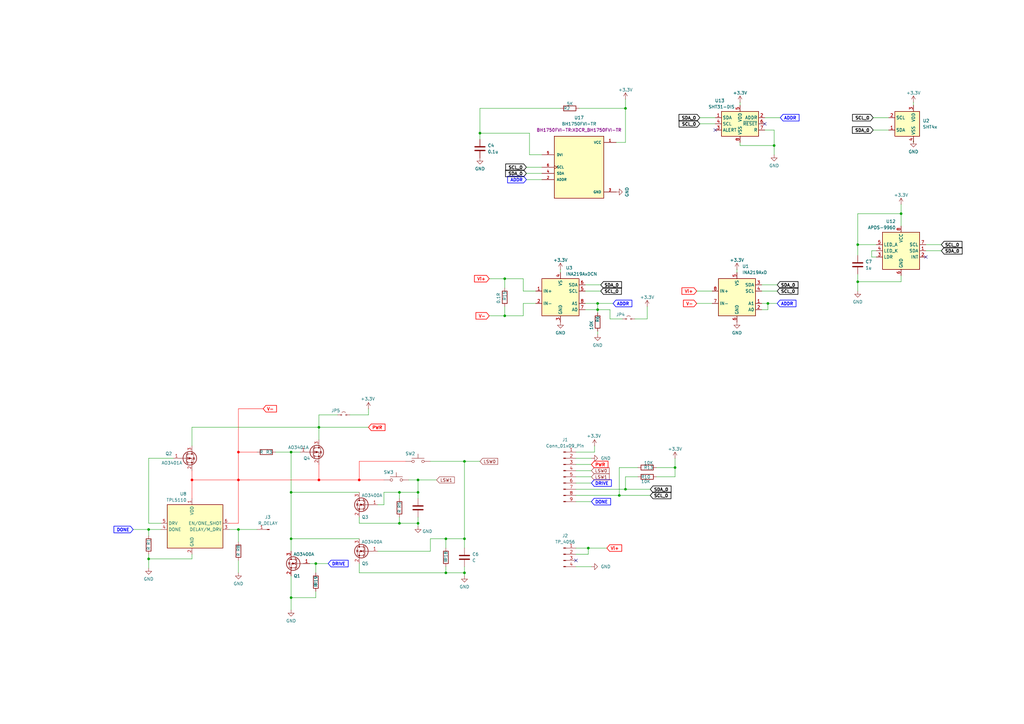
<source format=kicad_sch>
(kicad_sch (version 20250114) (generator "eeschema") (generator_version "9.0")
  (paper "A3")
  (lib_symbols
    (symbol "BH1750FVI-TR:BH1750FVI-TR" (pin_names (offset 1.016))
      (property "Reference" "U" (at -10.1737 13.462 0))
      (property "Value" "BH1750FVI-TR" (at -9.922 -15.24 0))
      (property "Footprint" "BH1750FVI-TR:XDCR_BH1750FVI-TR" (at 0 0 0))
      (symbol "BH1750FVI-TR_0_0"
        (rectangle (start -10.16 12.7) (end 10.16 -12.7) (stroke (width 0.254)) (fill (type background)))
        (pin input line (at -15.24 5.08 0) (length 5.08) (name "DVI") (number "5"))
        (pin input clock (at -15.24 0 0) (length 5.08) (name "SCL") (number "6"))
        (pin bidirectional line (at -15.24 -2.54 0) (length 5.08) (name "SDA") (number "4"))
        (pin input line (at -15.24 -5.08 0) (length 5.08) (name "ADDR") (number "2"))
        (pin power_in line (at 15.24 10.16 180) (length 5.08) (name "VCC") (number "1"))
        (pin power_in line (at 15.24 -10.16 180) (length 5.08) (name "GND") (number "3"))
      )
    )
    (symbol "Connector:Conn_01x01_Pin" (pin_names (offset 1.016) (hide yes))
      (property "Reference" "J" (at 0 2.54 0))
      (property "Value" "Conn_01x01_Pin" (at 0 -2.54 0))
      (symbol "Conn_01x01_Pin_1_1"
        (rectangle (start 0.8636 0.127) (end 0 -0.127) (stroke (width 0.1524)) (fill (type outline)))
        (polyline (pts (xy 1.27 0) (xy 0.8636 0)) (stroke (width 0.1524)))
        (pin passive line (at 5.08 0 180) (length 3.81) (name "Pin_1") (number "1"))
      )
    )
    (symbol "Connector:Conn_01x04_Pin" (pin_names (offset 1.016) (hide yes))
      (property "Reference" "J" (at 0 5.08 0))
      (property "Value" "Conn_01x04_Pin" (at 0 -7.62 0))
      (symbol "Conn_01x04_Pin_1_1"
        (rectangle (start 0.8636 2.667) (end 0 2.413) (stroke (width 0.1524)) (fill (type outline)))
        (rectangle (start 0.8636 0.127) (end 0 -0.127) (stroke (width 0.1524)) (fill (type outline)))
        (rectangle (start 0.8636 -2.413) (end 0 -2.667) (stroke (width 0.1524)) (fill (type outline)))
        (rectangle (start 0.8636 -4.953) (end 0 -5.207) (stroke (width 0.1524)) (fill (type outline)))
        (polyline (pts (xy 1.27 2.54) (xy 0.8636 2.54)) (stroke (width 0.1524)))
        (polyline (pts (xy 1.27 0) (xy 0.8636 0)) (stroke (width 0.1524)))
        (polyline (pts (xy 1.27 -2.54) (xy 0.8636 -2.54)) (stroke (width 0.1524)))
        (polyline (pts (xy 1.27 -5.08) (xy 0.8636 -5.08)) (stroke (width 0.1524)))
        (pin passive line (at 5.08 2.54 180) (length 3.81) (name "Pin_1") (number "1"))
        (pin passive line (at 5.08 0 180) (length 3.81) (name "Pin_2") (number "2"))
        (pin passive line (at 5.08 -2.54 180) (length 3.81) (name "Pin_3") (number "3"))
        (pin passive line (at 5.08 -5.08 180) (length 3.81) (name "Pin_4") (number "4"))
      )
    )
    (symbol "Connector:Conn_01x09_Pin" (pin_names (offset 1.016) (hide yes))
      (property "Reference" "J" (at 0 12.7 0))
      (property "Value" "Conn_01x09_Pin" (at 0 -12.7 0))
      (symbol "Conn_01x09_Pin_1_1"
        (rectangle (start 0.8636 10.287) (end 0 10.033) (stroke (width 0.1524)) (fill (type outline)))
        (rectangle (start 0.8636 7.747) (end 0 7.493) (stroke (width 0.1524)) (fill (type outline)))
        (rectangle (start 0.8636 5.207) (end 0 4.953) (stroke (width 0.1524)) (fill (type outline)))
        (rectangle (start 0.8636 2.667) (end 0 2.413) (stroke (width 0.1524)) (fill (type outline)))
        (rectangle (start 0.8636 0.127) (end 0 -0.127) (stroke (width 0.1524)) (fill (type outline)))
        (rectangle (start 0.8636 -2.413) (end 0 -2.667) (stroke (width 0.1524)) (fill (type outline)))
        (rectangle (start 0.8636 -4.953) (end 0 -5.207) (stroke (width 0.1524)) (fill (type outline)))
        (rectangle (start 0.8636 -7.493) (end 0 -7.747) (stroke (width 0.1524)) (fill (type outline)))
        (rectangle (start 0.8636 -10.033) (end 0 -10.287) (stroke (width 0.1524)) (fill (type outline)))
        (polyline (pts (xy 1.27 10.16) (xy 0.8636 10.16)) (stroke (width 0.1524)))
        (polyline (pts (xy 1.27 7.62) (xy 0.8636 7.62)) (stroke (width 0.1524)))
        (polyline (pts (xy 1.27 5.08) (xy 0.8636 5.08)) (stroke (width 0.1524)))
        (polyline (pts (xy 1.27 2.54) (xy 0.8636 2.54)) (stroke (width 0.1524)))
        (polyline (pts (xy 1.27 0) (xy 0.8636 0)) (stroke (width 0.1524)))
        (polyline (pts (xy 1.27 -2.54) (xy 0.8636 -2.54)) (stroke (width 0.1524)))
        (polyline (pts (xy 1.27 -5.08) (xy 0.8636 -5.08)) (stroke (width 0.1524)))
        (polyline (pts (xy 1.27 -7.62) (xy 0.8636 -7.62)) (stroke (width 0.1524)))
        (polyline (pts (xy 1.27 -10.16) (xy 0.8636 -10.16)) (stroke (width 0.1524)))
        (pin passive line (at 5.08 10.16 180) (length 3.81) (name "Pin_1") (number "1"))
        (pin passive line (at 5.08 7.62 180) (length 3.81) (name "Pin_2") (number "2"))
        (pin passive line (at 5.08 5.08 180) (length 3.81) (name "Pin_3") (number "3"))
        (pin passive line (at 5.08 2.54 180) (length 3.81) (name "Pin_4") (number "4"))
        (pin passive line (at 5.08 0 180) (length 3.81) (name "Pin_5") (number "5"))
        (pin passive line (at 5.08 -2.54 180) (length 3.81) (name "Pin_6") (number "6"))
        (pin passive line (at 5.08 -5.08 180) (length 3.81) (name "Pin_7") (number "7"))
        (pin passive line (at 5.08 -7.62 180) (length 3.81) (name "Pin_8") (number "8"))
        (pin passive line (at 5.08 -10.16 180) (length 3.81) (name "Pin_9") (number "9"))
      )
    )
    (symbol "Device:C" (pin_numbers (hide yes)) (pin_names (offset 0.254))
      (property "Reference" "C" (at 0.635 2.54 0))
      (property "Value" "C" (at 0.635 -2.54 0))
      (symbol "C_0_1"
        (polyline (pts (xy -2.032 0.762) (xy 2.032 0.762)) (stroke (width 0.508)))
        (polyline (pts (xy -2.032 -0.762) (xy 2.032 -0.762)) (stroke (width 0.508)))
      )
      (symbol "C_1_1"
        (pin passive line (at 0 3.81 270) (length 2.794) (name "~") (number "1"))
        (pin passive line (at 0 -3.81 90) (length 2.794) (name "~") (number "2"))
      )
    )
    (symbol "Device:R" (pin_numbers (hide yes)) (pin_names (offset 0))
      (property "Reference" "R" (at 2.032 0 90))
      (property "Value" "R" (at 0 0 90))
      (symbol "R_0_1"
        (rectangle (start -1.016 -2.54) (end 1.016 2.54) (stroke (width 0.254)))
      )
      (symbol "R_1_1"
        (pin passive line (at 0 3.81 270) (length 1.27) (name "~") (number "1"))
        (pin passive line (at 0 -3.81 90) (length 1.27) (name "~") (number "2"))
      )
    )
    (symbol "Jumper:Jumper_2_Small_Open" (pin_numbers (hide yes)) (pin_names (offset 0) (hide yes))
      (property "Reference" "JP" (at 0 2.794 0))
      (property "Value" "Jumper_2_Small_Open" (at 0 -2.286 0))
      (symbol "Jumper_2_Small_Open_0_0"
        (circle (center -1.016 0) (radius 0.254))
        (circle (center 1.016 0) (radius 0.254))
      )
      (symbol "Jumper_2_Small_Open_0_1"
        (arc (start -0.762 1.0196) (mid 0 1.2729) (end 0.762 1.0196))
      )
      (symbol "Jumper_2_Small_Open_1_1"
        (pin passive line (at -2.54 0 0) (length 1.27) (name "A") (number "1"))
        (pin passive line (at 2.54 0 180) (length 1.27) (name "B") (number "2"))
      )
    )
    (symbol "Sensor:APDS-9960"
      (property "Reference" "U" (at -5.08 8.89 0))
      (property "Value" "APDS-9960" (at 6.35 8.89 0))
      (symbol "APDS-9960_0_1"
        (rectangle (start -7.62 7.62) (end 7.62 -7.62) (stroke (width 0.254)) (fill (type background)))
      )
      (symbol "APDS-9960_1_1"
        (pin input line (at -10.16 2.54 0) (length 2.54) (name "SCL") (number "7"))
        (pin bidirectional line (at -10.16 0 0) (length 2.54) (name "SDA") (number "1"))
        (pin open_collector line (at -10.16 -2.54 0) (length 2.54) (name "INT") (number "2"))
        (pin power_in line (at 0 10.16 270) (length 2.54) (name "VCC") (number "8"))
        (pin power_in line (at 0 -10.16 90) (length 2.54) (name "GND") (number "6"))
        (pin passive line (at 10.16 2.54 180) (length 2.54) (name "LED_A") (number "5"))
        (pin passive line (at 10.16 0 180) (length 2.54) (name "LED_K") (number "4"))
        (pin passive line (at 10.16 -2.54 180) (length 2.54) (name "LDR") (number "3"))
      )
    )
    (symbol "Sensor_Energy:INA219AxD"
      (property "Reference" "U" (at -6.35 8.89 0))
      (property "Value" "INA219AxD" (at 5.08 8.89 0))
      (symbol "INA219AxD_0_1"
        (rectangle (start -7.62 7.62) (end 7.62 -7.62) (stroke (width 0.254)) (fill (type background)))
      )
      (symbol "INA219AxD_1_1"
        (pin input line (at -10.16 2.54 0) (length 2.54) (name "IN+") (number "8"))
        (pin input line (at -10.16 -2.54 0) (length 2.54) (name "IN-") (number "7"))
        (pin power_in line (at 0 10.16 270) (length 2.54) (name "VS") (number "5"))
        (pin power_in line (at 0 -10.16 90) (length 2.54) (name "GND") (number "6"))
        (pin bidirectional line (at 10.16 5.08 180) (length 2.54) (name "SDA") (number "3"))
        (pin input line (at 10.16 2.54 180) (length 2.54) (name "SCL") (number "4"))
        (pin input line (at 10.16 -2.54 180) (length 2.54) (name "A1") (number "1"))
        (pin input line (at 10.16 -5.08 180) (length 2.54) (name "A0") (number "2"))
      )
    )
    (symbol "Sensor_Energy:INA219AxDCN"
      (property "Reference" "U" (at -6.35 8.89 0))
      (property "Value" "INA219AxDCN" (at 6.35 8.89 0))
      (symbol "INA219AxDCN_0_1"
        (rectangle (start -7.62 7.62) (end 7.62 -7.62) (stroke (width 0.254)) (fill (type background)))
      )
      (symbol "INA219AxDCN_1_1"
        (pin input line (at -10.16 2.54 0) (length 2.54) (name "IN+") (number "1"))
        (pin input line (at -10.16 -2.54 0) (length 2.54) (name "IN-") (number "2"))
        (pin power_in line (at 0 10.16 270) (length 2.54) (name "VS") (number "4"))
        (pin power_in line (at 0 -10.16 90) (length 2.54) (name "GND") (number "3"))
        (pin bidirectional line (at 10.16 5.08 180) (length 2.54) (name "SDA") (number "6"))
        (pin input line (at 10.16 2.54 180) (length 2.54) (name "SCL") (number "5"))
        (pin input line (at 10.16 -2.54 180) (length 2.54) (name "A1") (number "8"))
        (pin input line (at 10.16 -5.08 180) (length 2.54) (name "A0") (number "7"))
      )
    )
    (symbol "Sensor_Humidity:SHT31-DIS"
      (property "Reference" "U" (at -6.35 6.35 0))
      (property "Value" "SHT31-DIS" (at 6.35 6.35 0))
      (symbol "SHT31-DIS_0_1"
        (rectangle (start -7.62 5.08) (end 7.62 -5.08) (stroke (width 0.254)) (fill (type background)))
      )
      (symbol "SHT31-DIS_1_1"
        (pin input line (at -10.16 2.54 0) (length 2.54) (name "ADDR") (number "2"))
        (pin input line (at -10.16 0 0) (length 2.54) (name "~{RESET}") (number "6"))
        (pin passive line (at -10.16 -2.54 0) (length 2.54) (name "R") (number "7"))
        (pin power_in line (at 0 7.62 270) (length 2.54) (name "VDD") (number "5"))
        (pin power_in line (at 0 -7.62 90) (length 2.54) (name "VSS") (number "8"))
        (pin passive line (at 0 -7.62 90) (length 2.54) (hide yes) (name "VSS") (number "9"))
        (pin bidirectional line (at 10.16 2.54 180) (length 2.54) (name "SDA") (number "1"))
        (pin input line (at 10.16 0 180) (length 2.54) (name "SCL") (number "4"))
        (pin output line (at 10.16 -2.54 180) (length 2.54) (name "ALERT") (number "3"))
      )
    )
    (symbol "Sensor_Humidity:SHT4x"
      (property "Reference" "U" (at 0 8.89 0))
      (property "Value" "SHT4x" (at 0 6.35 0))
      (symbol "SHT4x_1_1"
        (rectangle (start -5.08 5.08) (end 5.08 -5.08) (stroke (width 0.254)) (fill (type background)))
        (pin input line (at -7.62 2.54 0) (length 2.54) (name "SCL") (number "2"))
        (pin bidirectional line (at -7.62 -2.54 0) (length 2.54) (name "SDA") (number "1"))
        (pin power_in line (at 2.54 7.62 270) (length 2.54) (name "VDD") (number "3"))
        (pin power_in line (at 2.54 -7.62 90) (length 2.54) (name "VSS") (number "4"))
      )
    )
    (symbol "Switch:SW_Push" (pin_numbers (hide yes)) (pin_names (offset 1.016) (hide yes))
      (property "Reference" "SW" (at 1.27 2.54 0))
      (property "Value" "SW_Push" (at 0 -1.524 0))
      (symbol "SW_Push_0_1"
        (circle (center -2.032 0) (radius 0.508))
        (polyline (pts (xy 0 1.27) (xy 0 3.048)))
        (circle (center 2.032 0) (radius 0.508))
        (polyline (pts (xy 2.54 1.27) (xy -2.54 1.27)))
        (pin passive line (at -5.08 0 0) (length 2.54) (name "1") (number "1"))
        (pin passive line (at 5.08 0 180) (length 2.54) (name "2") (number "2"))
      )
    )
    (symbol "Timer:TPL5110"
      (property "Reference" "U8" (at 2.1941 12.065 0))
      (property "Value" "TPL5110" (at 2.1941 9.525 0))
      (symbol "TPL5110_0_1"
        (rectangle (start -12.7 7.62) (end 10.16 -10.16) (stroke (width 0.254)) (fill (type background)))
      )
      (symbol "TPL5110_1_1"
        (pin input line (at -15.24 0 0) (length 2.54) (name "EN/ONE_SHOT") (number "6"))
        (pin input line (at -15.24 -2.54 0) (length 2.54) (name "DELAY/M_DRV") (number "3"))
        (pin bidirectional line (at 0 10.16 270) (length 2.54) (name "VDD") (number "1"))
        (pin power_in line (at 0 -12.7 90) (length 2.54) (name "GND") (number "2"))
        (pin output line (at 12.7 0 180) (length 2.54) (name "DRV") (number "5"))
        (pin input line (at 12.7 -2.54 180) (length 2.54) (name "DONE") (number "4"))
      )
    )
    (symbol "Transistor_FET:AO3400A" (pin_names (hide yes))
      (property "Reference" "Q" (at 5.08 1.905 0))
      (property "Value" "AO3400A" (at 5.08 0 0))
      (symbol "AO3400A_0_1"
        (polyline (pts (xy 0.254 1.905) (xy 0.254 -1.905)) (stroke (width 0.254)))
        (polyline (pts (xy 0.254 0) (xy -2.54 0)))
        (polyline (pts (xy 0.762 2.286) (xy 0.762 1.27)) (stroke (width 0.254)))
        (polyline (pts (xy 0.762 0.508) (xy 0.762 -0.508)) (stroke (width 0.254)))
        (polyline (pts (xy 0.762 -1.27) (xy 0.762 -2.286)) (stroke (width 0.254)))
        (polyline (pts (xy 0.762 -1.778) (xy 3.302 -1.778) (xy 3.302 1.778) (xy 0.762 1.778)))
        (polyline (pts (xy 1.016 0) (xy 2.032 0.381) (xy 2.032 -0.381) (xy 1.016 0)) (fill (type outline)))
        (circle (center 1.651 0) (radius 2.794) (stroke (width 0.254)))
        (polyline (pts (xy 2.54 2.54) (xy 2.54 1.778)))
        (circle (center 2.54 1.778) (radius 0.254) (fill (type outline)))
        (circle (center 2.54 -1.778) (radius 0.254) (fill (type outline)))
        (polyline (pts (xy 2.54 -2.54) (xy 2.54 0) (xy 0.762 0)))
        (polyline (pts (xy 2.794 0.508) (xy 2.921 0.381) (xy 3.683 0.381) (xy 3.81 0.254)))
        (polyline (pts (xy 3.302 0.381) (xy 2.921 -0.254) (xy 3.683 -0.254) (xy 3.302 0.381)))
      )
      (symbol "AO3400A_1_1"
        (pin input line (at -5.08 0 0) (length 2.54) (name "G") (number "1"))
        (pin passive line (at 2.54 5.08 270) (length 2.54) (name "D") (number "3"))
        (pin passive line (at 2.54 -5.08 90) (length 2.54) (name "S") (number "2"))
      )
    )
    (symbol "Transistor_FET:AO3401A" (pin_names (hide yes))
      (property "Reference" "Q" (at 5.08 1.905 0))
      (property "Value" "AO3401A" (at 5.08 0 0))
      (symbol "AO3401A_0_1"
        (polyline (pts (xy 0.254 1.905) (xy 0.254 -1.905)) (stroke (width 0.254)))
        (polyline (pts (xy 0.254 0) (xy -2.54 0)))
        (polyline (pts (xy 0.762 2.286) (xy 0.762 1.27)) (stroke (width 0.254)))
        (polyline (pts (xy 0.762 1.778) (xy 3.302 1.778) (xy 3.302 -1.778) (xy 0.762 -1.778)))
        (polyline (pts (xy 0.762 0.508) (xy 0.762 -0.508)) (stroke (width 0.254)))
        (polyline (pts (xy 0.762 -1.27) (xy 0.762 -2.286)) (stroke (width 0.254)))
        (circle (center 1.651 0) (radius 2.794) (stroke (width 0.254)))
        (polyline (pts (xy 2.286 0) (xy 1.27 0.381) (xy 1.27 -0.381) (xy 2.286 0)) (fill (type outline)))
        (polyline (pts (xy 2.54 2.54) (xy 2.54 1.778)))
        (circle (center 2.54 1.778) (radius 0.254) (fill (type outline)))
        (circle (center 2.54 -1.778) (radius 0.254) (fill (type outline)))
        (polyline (pts (xy 2.54 -2.54) (xy 2.54 0) (xy 0.762 0)))
        (polyline (pts (xy 2.794 -0.508) (xy 2.921 -0.381) (xy 3.683 -0.381) (xy 3.81 -0.254)))
        (polyline (pts (xy 3.302 -0.381) (xy 2.921 0.254) (xy 3.683 0.254) (xy 3.302 -0.381)))
      )
      (symbol "AO3401A_1_1"
        (pin input line (at -5.08 0 0) (length 2.54) (name "G") (number "1"))
        (pin passive line (at 2.54 5.08 270) (length 2.54) (name "D") (number "3"))
        (pin passive line (at 2.54 -5.08 90) (length 2.54) (name "S") (number "2"))
      )
    )
    (symbol "power:+3.3V" (power) (pin_numbers (hide yes)) (pin_names (offset 0) (hide yes))
      (property "Value" "+3.3V" (at 0 3.556 0))
      (symbol "+3.3V_0_1"
        (polyline (pts (xy -0.762 1.27) (xy 0 2.54)))
        (polyline (pts (xy 0 2.54) (xy 0.762 1.27)))
        (polyline (pts (xy 0 0) (xy 0 2.54)))
      )
      (symbol "+3.3V_1_1"
        (pin power_in line (at 0 0 90) (length 0) (name "~") (number "1"))
      )
    )
    (symbol "power:GND" (power) (pin_names (offset 0))
      (property "Value" "GND" (at 0 -3.81 0))
      (symbol "GND_0_1"
        (polyline (pts (xy 0 0) (xy 0 -1.27) (xy 1.27 -1.27) (xy 0 -2.54) (xy -1.27 -1.27) (xy 0 -1.27)))
      )
      (symbol "GND_1_1"
        (pin power_in line (at 0 0 270) (length 0) (hide yes) (name "GND") (number "1"))
      )
    )
  )
  (junction (at 129.54 231.14))
  (junction (at 351.79 115.57))
  (junction (at 190.5 189.23))
  (junction (at 254 203.2))
  (junction (at 245.11 124.46))
  (junction (at 171.45 214.63))
  (junction (at 314.96 124.46))
  (junction (at 245.11 127))
  (junction (at 182.88 220.98))
  (junction (at 196.85 54.61))
  (junction (at 163.83 214.63))
  (junction (at 207.01 114.3))
  (junction (at 130.81 196.85) (color 255 0 0 1))
  (junction (at 60.96 229.235))
  (junction (at 147.32 196.85) (color 255 0 0 1))
  (junction (at 182.88 234.95))
  (junction (at 317.5 59.69))
  (junction (at 276.86 191.77))
  (junction (at 256.54 44.45))
  (junction (at 60.96 217.17))
  (junction (at 119.38 201.93))
  (junction (at 369.57 87.63))
  (junction (at 190.5 234.95))
  (junction (at 241.3 224.79))
  (junction (at 171.45 196.85))
  (junction (at 163.83 201.93))
  (junction (at 351.79 100.33))
  (junction (at 207.01 129.54))
  (junction (at 119.38 220.98))
  (junction (at 190.5 220.98))
  (junction (at 78.74 196.85) (color 255 0 0 1))
  (junction (at 119.38 245.11))
  (junction (at 256.54 200.66))
  (junction (at 97.79 196.85) (color 255 0 0 1))
  (junction (at 130.81 175.26))
  (junction (at 119.38 185.42))
  (junction (at 97.79 185.42) (color 255 0 0 1))
  (junction (at 97.79 217.17))
  (junction (at 171.45 201.93))
  (no_connect (at 313.69 50.8))
  (no_connect (at 236.22 229.87))
  (no_connect (at 293.37 53.34))
  (no_connect (at 379.73 105.41))
  (wire (pts (xy 317.5 59.69) (xy 317.5 53.34)))
  (wire (pts (xy 151.13 175.26) (xy 130.81 175.26)))
  (wire (pts (xy 182.88 220.98) (xy 190.5 220.98)))
  (wire (pts (xy 130.81 170.18) (xy 130.81 175.26)))
  (wire (pts (xy 374.65 41.91) (xy 374.65 43.18)))
  (wire (pts (xy 207.01 129.54) (xy 214.63 129.54)))
  (wire (pts (xy 245.11 127) (xy 250.19 127)))
  (wire (pts (xy 236.22 205.74) (xy 242.57 205.74)))
  (wire (pts (xy 359.41 105.41) (xy 357.505 105.41)))
  (wire (pts (xy 147.32 189.23) (xy 147.32 196.85)) (stroke (width 0) (color 255 0 0 1)))
  (wire (pts (xy 351.79 112.395) (xy 351.79 115.57)))
  (wire (pts (xy 219.71 124.46) (xy 214.63 124.46)))
  (wire (pts (xy 130.81 175.26) (xy 78.74 175.26)))
  (wire (pts (xy 190.5 189.23) (xy 196.85 189.23)))
  (wire (pts (xy 369.57 113.03) (xy 369.57 115.57)))
  (wire (pts (xy 182.88 220.98) (xy 182.88 224.79)))
  (wire (pts (xy 196.85 54.61) (xy 217.17 54.61)))
  (wire (pts (xy 245.11 124.46) (xy 245.11 127)))
  (wire (pts (xy 97.79 229.87) (xy 97.79 234.95)))
  (wire (pts (xy 240.03 127) (xy 245.11 127)))
  (wire (pts (xy 190.5 189.23) (xy 190.5 220.98)))
  (wire (pts (xy 303.53 41.91) (xy 303.53 43.18)))
  (wire (pts (xy 176.53 226.06) (xy 154.94 226.06)))
  (wire (pts (xy 245.11 127) (xy 245.11 128.27)))
  (wire (pts (xy 364.49 48.26) (xy 358.14 48.26)))
  (wire (pts (xy 105.41 185.42) (xy 97.79 185.42)) (stroke (width 0) (color 255 0 0 1)))
  (wire (pts (xy 66.04 214.63) (xy 60.96 214.63)))
  (wire (pts (xy 113.03 185.42) (xy 119.38 185.42)))
  (wire (pts (xy 236.22 190.5) (xy 242.57 190.5)))
  (wire (pts (xy 97.79 196.85) (xy 97.79 214.63)) (stroke (width 0) (color 255 0 0 1)))
  (wire (pts (xy 97.79 167.64) (xy 97.79 185.42)) (stroke (width 0) (color 255 0 0 1)))
  (wire (pts (xy 217.17 63.5) (xy 222.25 63.5)))
  (wire (pts (xy 119.38 220.98) (xy 119.38 226.06)))
  (wire (pts (xy 379.73 102.87) (xy 386.08 102.87)))
  (wire (pts (xy 236.22 195.58) (xy 242.57 195.58)))
  (wire (pts (xy 97.79 196.85) (xy 78.74 196.85)) (stroke (width 0) (color 255 0 0 1)))
  (wire (pts (xy 351.79 100.33) (xy 359.41 100.33)))
  (wire (pts (xy 163.83 201.93) (xy 171.45 201.93)))
  (wire (pts (xy 143.51 170.18) (xy 151.13 170.18)))
  (wire (pts (xy 313.69 48.26) (xy 320.04 48.26)))
  (wire (pts (xy 171.45 196.85) (xy 171.45 201.93)))
  (wire (pts (xy 285.75 119.38) (xy 292.1 119.38)))
  (wire (pts (xy 207.01 118.11) (xy 207.01 114.3)))
  (wire (pts (xy 190.5 234.95) (xy 190.5 236.22)))
  (wire (pts (xy 119.38 185.42) (xy 119.38 201.93)))
  (wire (pts (xy 207.01 129.54) (xy 207.01 125.73)))
  (wire (pts (xy 250.19 127) (xy 250.19 130.81)))
  (wire (pts (xy 312.42 116.84) (xy 318.77 116.84)))
  (wire (pts (xy 129.54 231.14) (xy 129.54 234.95)))
  (wire (pts (xy 245.11 135.89) (xy 245.11 137.16)))
  (wire (pts (xy 369.57 115.57) (xy 351.79 115.57)))
  (wire (pts (xy 97.79 217.17) (xy 93.98 217.17)))
  (wire (pts (xy 78.74 175.26) (xy 78.74 182.88)))
  (wire (pts (xy 123.19 185.42) (xy 119.38 185.42)))
  (wire (pts (xy 241.3 224.79) (xy 248.92 224.79)))
  (wire (pts (xy 276.86 191.77) (xy 276.86 195.58)))
  (wire (pts (xy 236.22 198.12) (xy 242.57 198.12)))
  (wire (pts (xy 236.22 203.2) (xy 254 203.2)))
  (wire (pts (xy 78.74 229.235) (xy 60.96 229.235)))
  (wire (pts (xy 60.96 187.96) (xy 60.96 214.63)))
  (wire (pts (xy 200.66 114.3) (xy 207.01 114.3)))
  (wire (pts (xy 379.73 100.33) (xy 386.08 100.33)))
  (wire (pts (xy 303.53 59.69) (xy 317.5 59.69)))
  (wire (pts (xy 60.96 229.235) (xy 60.96 233.045)))
  (wire (pts (xy 190.5 220.98) (xy 190.5 224.79)))
  (wire (pts (xy 214.63 119.38) (xy 219.71 119.38)))
  (wire (pts (xy 240.03 116.84) (xy 246.38 116.84)))
  (wire (pts (xy 176.53 220.98) (xy 176.53 226.06)))
  (wire (pts (xy 60.96 227.33) (xy 60.96 229.235)))
  (wire (pts (xy 147.32 214.63) (xy 147.32 212.09)))
  (wire (pts (xy 171.45 196.85) (xy 179.07 196.85)))
  (wire (pts (xy 182.88 232.41) (xy 182.88 234.95)))
  (wire (pts (xy 222.25 68.58) (xy 215.9 68.58)))
  (wire (pts (xy 119.38 245.11) (xy 129.54 245.11)))
  (wire (pts (xy 97.79 196.85) (xy 130.81 196.85)) (stroke (width 0) (color 255 0 0 1)))
  (wire (pts (xy 196.85 54.61) (xy 196.85 57.15)))
  (wire (pts (xy 256.54 195.58) (xy 256.54 200.66)))
  (wire (pts (xy 97.79 217.17) (xy 97.79 222.25)))
  (wire (pts (xy 93.98 214.63) (xy 97.79 214.63)) (stroke (width 0) (color 255 0 0 1)))
  (wire (pts (xy 236.22 227.33) (xy 241.3 227.33)))
  (wire (pts (xy 151.13 167.64) (xy 151.13 170.18)))
  (wire (pts (xy 119.38 220.98) (xy 147.32 220.98)))
  (wire (pts (xy 66.04 217.17) (xy 60.96 217.17)))
  (wire (pts (xy 138.43 170.18) (xy 130.81 170.18)))
  (wire (pts (xy 265.43 125.73) (xy 265.43 130.81)))
  (wire (pts (xy 147.32 234.95) (xy 182.88 234.95)))
  (wire (pts (xy 302.26 110.49) (xy 302.26 111.76)))
  (wire (pts (xy 317.5 59.69) (xy 317.5 63.5)))
  (wire (pts (xy 293.37 50.8) (xy 287.02 50.8)))
  (wire (pts (xy 78.74 227.33) (xy 78.74 229.235)))
  (wire (pts (xy 190.5 232.41) (xy 190.5 234.95)))
  (wire (pts (xy 97.79 217.17) (xy 105.41 217.17)))
  (wire (pts (xy 236.22 187.96) (xy 242.57 187.96)))
  (wire (pts (xy 60.96 217.17) (xy 60.96 219.71)))
  (wire (pts (xy 303.53 58.42) (xy 303.53 59.69)))
  (wire (pts (xy 78.74 193.04) (xy 78.74 196.85)) (stroke (width 0) (color 255 0 0 1)))
  (wire (pts (xy 130.81 196.85) (xy 147.32 196.85)) (stroke (width 0) (color 255 0 0 1)))
  (wire (pts (xy 312.42 119.38) (xy 318.77 119.38)))
  (wire (pts (xy 171.45 215.9) (xy 171.45 214.63)))
  (wire (pts (xy 229.87 110.49) (xy 229.87 111.76)))
  (wire (pts (xy 364.49 53.34) (xy 358.14 53.34)))
  (wire (pts (xy 130.81 175.26) (xy 130.81 180.34)))
  (wire (pts (xy 127 231.14) (xy 129.54 231.14)))
  (wire (pts (xy 236.22 200.66) (xy 256.54 200.66)))
  (wire (pts (xy 196.85 44.45) (xy 196.85 54.61)))
  (wire (pts (xy 176.53 220.98) (xy 182.88 220.98)))
  (wire (pts (xy 245.11 124.46) (xy 251.46 124.46)))
  (wire (pts (xy 237.49 44.45) (xy 256.54 44.45)))
  (wire (pts (xy 265.43 130.81) (xy 260.35 130.81)))
  (wire (pts (xy 256.54 200.66) (xy 266.7 200.66)))
  (wire (pts (xy 240.03 119.38) (xy 246.38 119.38)))
  (wire (pts (xy 207.01 114.3) (xy 214.63 114.3)))
  (wire (pts (xy 147.32 214.63) (xy 163.83 214.63)))
  (wire (pts (xy 312.42 124.46) (xy 314.96 124.46)))
  (wire (pts (xy 107.95 167.64) (xy 97.79 167.64)) (stroke (width 0) (color 255 0 0 1)))
  (wire (pts (xy 171.45 214.63) (xy 171.45 212.09)))
  (wire (pts (xy 240.03 124.46) (xy 245.11 124.46)))
  (wire (pts (xy 256.54 58.42) (xy 252.73 58.42)))
  (wire (pts (xy 276.86 195.58) (xy 269.24 195.58)))
  (wire (pts (xy 374.65 58.42) (xy 374.65 57.785)))
  (wire (pts (xy 351.79 87.63) (xy 351.79 100.33)))
  (wire (pts (xy 157.48 207.01) (xy 157.48 201.93)))
  (wire (pts (xy 167.64 196.85) (xy 171.45 196.85)))
  (wire (pts (xy 163.83 201.93) (xy 163.83 204.47)))
  (wire (pts (xy 190.5 234.95) (xy 182.88 234.95)))
  (wire (pts (xy 97.79 185.42) (xy 97.79 196.85)) (stroke (width 0) (color 255 0 0 1)))
  (wire (pts (xy 236.22 224.79) (xy 241.3 224.79)))
  (wire (pts (xy 119.38 201.93) (xy 119.38 220.98)))
  (wire (pts (xy 243.84 182.88) (xy 243.84 185.42)))
  (wire (pts (xy 276.86 187.96) (xy 276.86 191.77)))
  (wire (pts (xy 313.69 53.34) (xy 317.5 53.34)))
  (wire (pts (xy 207.01 129.54) (xy 200.66 129.54)))
  (wire (pts (xy 261.62 195.58) (xy 256.54 195.58)))
  (wire (pts (xy 147.32 189.23) (xy 166.37 189.23)) (stroke (width 0) (color 255 0 0 1)))
  (wire (pts (xy 236.22 193.04) (xy 242.57 193.04)))
  (wire (pts (xy 222.25 71.12) (xy 215.9 71.12)))
  (wire (pts (xy 293.37 48.26) (xy 287.02 48.26)))
  (wire (pts (xy 171.45 201.93) (xy 171.45 204.47)))
  (wire (pts (xy 241.3 227.33) (xy 241.3 224.79)))
  (wire (pts (xy 119.38 245.11) (xy 119.38 250.19)))
  (wire (pts (xy 351.79 100.33) (xy 351.79 104.775)))
  (wire (pts (xy 217.17 54.61) (xy 217.17 63.5)))
  (wire (pts (xy 129.54 231.14) (xy 134.62 231.14)))
  (wire (pts (xy 176.53 189.23) (xy 190.5 189.23)))
  (wire (pts (xy 163.83 214.63) (xy 171.45 214.63)))
  (wire (pts (xy 129.54 242.57) (xy 129.54 245.11)))
  (wire (pts (xy 130.81 190.5) (xy 130.81 196.85)) (stroke (width 0) (color 255 0 0 1)))
  (wire (pts (xy 357.505 102.87) (xy 359.41 102.87)))
  (wire (pts (xy 60.96 187.96) (xy 71.12 187.96)))
  (wire (pts (xy 254 191.77) (xy 254 203.2)))
  (wire (pts (xy 276.86 191.77) (xy 269.24 191.77)))
  (wire (pts (xy 157.48 201.93) (xy 163.83 201.93)))
  (wire (pts (xy 214.63 124.46) (xy 214.63 129.54)))
  (wire (pts (xy 236.22 232.41) (xy 242.57 232.41)))
  (wire (pts (xy 254 203.2) (xy 266.7 203.2)))
  (wire (pts (xy 60.96 217.17) (xy 54.61 217.17)))
  (wire (pts (xy 369.57 83.82) (xy 369.57 87.63)))
  (wire (pts (xy 154.94 207.01) (xy 157.48 207.01)))
  (wire (pts (xy 147.32 234.95) (xy 147.32 231.14)))
  (wire (pts (xy 250.19 130.81) (xy 255.27 130.81)))
  (wire (pts (xy 357.505 105.41) (xy 357.505 102.87)))
  (wire (pts (xy 314.96 124.46) (xy 318.77 124.46)))
  (wire (pts (xy 222.25 73.66) (xy 215.9 73.66)))
  (wire (pts (xy 78.74 196.85) (xy 78.74 204.47)) (stroke (width 0) (color 255 0 0 1)))
  (wire (pts (xy 119.38 236.22) (xy 119.38 245.11)))
  (wire (pts (xy 292.1 124.46) (xy 285.75 124.46)))
  (wire (pts (xy 236.22 185.42) (xy 243.84 185.42)))
  (wire (pts (xy 312.42 127) (xy 314.96 127)))
  (wire (pts (xy 229.87 44.45) (xy 196.85 44.45)))
  (wire (pts (xy 261.62 191.77) (xy 254 191.77)))
  (wire (pts (xy 369.57 92.71) (xy 369.57 87.63)))
  (wire (pts (xy 256.54 44.45) (xy 256.54 58.42)))
  (wire (pts (xy 119.38 201.93) (xy 147.32 201.93)))
  (wire (pts (xy 163.83 212.09) (xy 163.83 214.63)))
  (wire (pts (xy 351.79 119.38) (xy 351.79 115.57)))
  (wire (pts (xy 369.57 87.63) (xy 351.79 87.63)))
  (wire (pts (xy 147.32 196.85) (xy 157.48 196.85)) (stroke (width 0) (color 255 0 0 1)))
  (wire (pts (xy 256.54 40.64) (xy 256.54 44.45)))
  (wire (pts (xy 314.96 127) (xy 314.96 124.46)))
  (wire (pts (xy 214.63 114.3) (xy 214.63 119.38)))
  (global_label "SCL_0" (shape input) (at 386.08 100.33 0) (effects (font (thickness 0.254) (bold yes))) (property "Intersheetrefs" "${INTERSHEET_REFS}" (effects (hide yes))))
  (global_label "SDA_0" (shape input) (at 287.02 48.26 180) (effects (font (thickness 0.254) (bold yes))) (property "Intersheetrefs" "${INTERSHEET_REFS}" (effects (hide yes))))
  (global_label "Vi+" (shape input) (at 285.75 119.38 180) (effects (font (thickness 0.254) (bold yes))) (property "Intersheetrefs" "${INTERSHEET_REFS}" (effects (hide yes))))
  (global_label "PWR" (shape input) (at 151.13 175.26 0) (effects (font (thickness 0.254) (bold yes))) (property "Intersheetrefs" "${INTERSHEET_REFS}" (effects (hide yes))))
  (global_label "DONE" (shape input) (at 54.61 217.17 180) (effects (font (thickness 0.254) (bold yes))) (property "Intersheetrefs" "${INTERSHEET_REFS}" (effects (hide yes))))
  (global_label "LSW1" (shape input) (at 242.57 195.58 0) (property "Intersheetrefs" "${INTERSHEET_REFS}" (effects (hide yes))))
  (global_label "SCL_0" (shape input) (at 266.7 203.2 0) (effects (font (thickness 0.254) (bold yes))) (property "Intersheetrefs" "${INTERSHEET_REFS}" (effects (hide yes))))
  (global_label "Vi+" (shape input) (at 200.66 114.3 180) (effects (font (thickness 0.254) (bold yes))) (property "Intersheetrefs" "${INTERSHEET_REFS}" (effects (hide yes))))
  (global_label "PWR" (shape input) (at 242.57 190.5 0) (effects (font (thickness 0.254) (bold yes))) (property "Intersheetrefs" "${INTERSHEET_REFS}" (effects (hide yes))))
  (global_label "SDA_0" (shape input) (at 386.08 102.87 0) (effects (font (thickness 0.254) (bold yes))) (property "Intersheetrefs" "${INTERSHEET_REFS}" (effects (hide yes))))
  (global_label "SCL_0" (shape input) (at 358.14 48.26 180) (effects (font (thickness 0.254) (bold yes))) (property "Intersheetrefs" "${INTERSHEET_REFS}" (effects (hide yes))))
  (global_label "V-" (shape input) (at 200.66 129.54 180) (effects (font (thickness 0.254) (bold yes))) (property "Intersheetrefs" "${INTERSHEET_REFS}" (effects (hide yes))))
  (global_label "V-" (shape input) (at 285.75 124.46 180) (effects (font (thickness 0.254) (bold yes))) (property "Intersheetrefs" "${INTERSHEET_REFS}" (effects (hide yes))))
  (global_label "Vi+" (shape input) (at 248.92 224.79 0) (effects (font (thickness 0.254) (bold yes))) (property "Intersheetrefs" "${INTERSHEET_REFS}" (effects (hide yes))))
  (global_label "ADDR" (shape input) (at 215.9 73.66 180) (effects (font (thickness 0.254) (bold yes))) (property "Intersheetrefs" "${INTERSHEET_REFS}" (effects (hide yes))))
  (global_label "LSW0" (shape input) (at 196.85 189.23 0) (property "Intersheetrefs" "${INTERSHEET_REFS}" (effects (hide yes))))
  (global_label "SCL_0" (shape input) (at 246.38 119.38 0) (effects (font (thickness 0.254) (bold yes))) (property "Intersheetrefs" "${INTERSHEET_REFS}" (effects (hide yes))))
  (global_label "ADDR" (shape input) (at 251.46 124.46 0) (effects (font (thickness 0.254) (bold yes))) (property "Intersheetrefs" "${INTERSHEET_REFS}" (effects (hide yes))))
  (global_label "SDA_0" (shape input) (at 318.77 116.84 0) (effects (font (thickness 0.254) (bold yes))) (property "Intersheetrefs" "${INTERSHEET_REFS}" (effects (hide yes))))
  (global_label "SDA_0" (shape input) (at 246.38 116.84 0) (effects (font (thickness 0.254) (bold yes))) (property "Intersheetrefs" "${INTERSHEET_REFS}" (effects (hide yes))))
  (global_label "ADDR" (shape input) (at 320.04 48.26 0) (effects (font (thickness 0.254) (bold yes))) (property "Intersheetrefs" "${INTERSHEET_REFS}" (effects (hide yes))))
  (global_label "SDA_0" (shape input) (at 215.9 71.12 180) (effects (font (thickness 0.254) (bold yes))) (property "Intersheetrefs" "${INTERSHEET_REFS}" (effects (hide yes))))
  (global_label "DRIVE" (shape input) (at 134.62 231.14 0) (effects (font (thickness 0.254) (bold yes))) (property "Intersheetrefs" "${INTERSHEET_REFS}" (effects (hide yes))))
  (global_label "ADDR" (shape input) (at 318.77 124.46 0) (effects (font (thickness 0.254) (bold yes))) (property "Intersheetrefs" "${INTERSHEET_REFS}" (effects (hide yes))))
  (global_label "LSW1" (shape input) (at 179.07 196.85 0) (property "Intersheetrefs" "${INTERSHEET_REFS}" (effects (hide yes))))
  (global_label "SCL_0" (shape input) (at 287.02 50.8 180) (effects (font (thickness 0.254) (bold yes))) (property "Intersheetrefs" "${INTERSHEET_REFS}" (effects (hide yes))))
  (global_label "SCL_0" (shape input) (at 318.77 119.38 0) (effects (font (thickness 0.254) (bold yes))) (property "Intersheetrefs" "${INTERSHEET_REFS}" (effects (hide yes))))
  (global_label "LSW0" (shape input) (at 242.57 193.04 0) (property "Intersheetrefs" "${INTERSHEET_REFS}" (effects (hide yes))))
  (global_label "SDA_0" (shape input) (at 266.7 200.66 0) (effects (font (thickness 0.254) (bold yes))) (property "Intersheetrefs" "${INTERSHEET_REFS}" (effects (hide yes))))
  (global_label "DONE" (shape input) (at 242.57 205.74 0) (effects (font (thickness 0.254) (bold yes))) (property "Intersheetrefs" "${INTERSHEET_REFS}" (effects (hide yes))))
  (global_label "SCL_0" (shape input) (at 215.9 68.58 180) (effects (font (thickness 0.254) (bold yes))) (property "Intersheetrefs" "${INTERSHEET_REFS}" (effects (hide yes))))
  (global_label "SDA_0" (shape input) (at 358.14 53.34 180) (effects (font (thickness 0.254) (bold yes))) (property "Intersheetrefs" "${INTERSHEET_REFS}" (effects (hide yes))))
  (global_label "DRIVE" (shape input) (at 242.57 198.12 0) (effects (font (thickness 0.254) (bold yes))) (property "Intersheetrefs" "${INTERSHEET_REFS}" (effects (hide yes))))
  (global_label "V-" (shape input) (at 107.95 167.64 0) (effects (font (thickness 0.254) (bold yes))) (property "Intersheetrefs" "${INTERSHEET_REFS}" (effects (hide yes))))
  (symbol (lib_id "Device:R") (at 60.96 223.52 180) (unit 1)
    (property "Reference" "R1" (at 60.96 220.98 90) (effects (justify left)))
    (property "Value" "R" (at 60.96 224.155 90) (effects (justify left)))
    (property "Footprint" "Resistor_SMD:R_0603_1608Metric" (effects (hide yes)))
  )
  (symbol (lib_id "power:+3.3V") (at 256.54 40.64 0) (unit 1)
    (property "Reference" "#PWR013" (effects (hide yes)))
    (property "Value" "+3.3V" (at 256.54 36.83 0))
  )
  (symbol (lib_id "power:+3.3V") (at 265.43 125.73 0) (unit 1)
    (property "Reference" "#PWR024" (effects (hide yes)))
    (property "Value" "+3.3V" (at 265.43 121.92 0))
  )
  (symbol (lib_id "Transistor_FET:AO3400A") (at 149.86 226.06 0) (mirror y) (unit 1)
    (property "Reference" "Q5" (at 151.13 231.14 0) (effects (justify left)))
    (property "Value" "AO3400A" (at 156.845 222.25 0) (effects (justify left)))
    (property "Footprint" "Package_TO_SOT_SMD:SOT-23" (effects (hide yes)))
    (property "Datasheet" "http://www.aosmd.com/pdfs/datasheet/AO3400A.pdf" (effects (hide yes)))
  )
  (symbol (lib_id "Transistor_FET:AO3400A") (at 149.86 207.01 0) (mirror y) (unit 1)
    (property "Reference" "Q3" (at 151.13 212.09 0) (effects (justify left)))
    (property "Value" "AO3400A" (at 156.845 203.2 0) (effects (justify left)))
    (property "Footprint" "Package_TO_SOT_SMD:SOT-23" (effects (hide yes)))
    (property "Datasheet" "http://www.aosmd.com/pdfs/datasheet/AO3400A.pdf" (effects (hide yes)))
  )
  (symbol (lib_id "power:+3.3V") (at 369.57 83.82 0) (unit 1)
    (property "Reference" "#PWR017" (effects (hide yes)))
    (property "Value" "+3.3V" (at 369.57 80.01 0))
  )
  (symbol (lib_id "Timer:TPL5110") (at 78.74 214.63 0) (mirror y) (unit 1)
    (property "Reference" "U8" (at 76.5459 202.565 0) (effects (justify left)))
    (property "Value" "TPL5110" (at 76.5459 205.105 0) (effects (justify left)))
    (property "Footprint" "Package_TO_SOT_SMD:SOT-23-6" (effects (hide yes)))
    (property "Datasheet" "http://www.ti.com/lit/ds/symlink/tpl5110.pdf" (effects (hide yes)))
  )
  (symbol (lib_id "power:GND") (at 196.85 64.77 0) (mirror y) (unit 1)
    (property "Reference" "#PWR036" (effects (hide yes)))
    (property "Value" "GND" (at 196.85 69.215 0))
  )
  (symbol (lib_id "Jumper:Jumper_2_Small_Open") (at 257.81 130.81 0) (unit 1)
    (property "Reference" "JP4" (at 254.508 129.032 0))
    (property "Value" "Jp_2" (effects (hide yes)))
    (property "Footprint" "Jumper:SolderJumper-2_P1.3mm_Open_Pad1.0x1.5mm" (effects (hide yes)))
    (property "Description" "Jumper, 2-pole, small symbol, open" (effects (hide yes)))
  )
  (symbol (lib_id "Connector:Conn_01x01_Pin") (at 110.49 217.17 0) (mirror y) (unit 1)
    (property "Reference" "J3" (at 109.855 212.09 0))
    (property "Value" "R_DELAY" (at 109.855 214.63 0))
    (property "Footprint" "Connector_PinHeader_1.00mm:PinHeader_1x01_P1.00mm_Vertical" (effects (hide yes)))
    (property "Description" "Generic connector, single row, 01x01, script generated" (effects (hide yes)))
  )
  (symbol (lib_id "Sensor_Energy:INA219AxDCN") (at 229.87 121.92 0) (unit 1)
    (property "Reference" "U3" (at 232.0641 109.855 0) (effects (justify left)))
    (property "Value" "INA219AxDCN" (at 232.0641 112.395 0) (effects (justify left)))
    (property "Footprint" "Package_TO_SOT_SMD:SOT-23-8" (effects (hide yes)))
    (property "Datasheet" "http://www.ti.com/lit/ds/symlink/ina219.pdf" (effects (hide yes)))
  )
  (symbol (lib_id "power:+3.3V") (at 302.26 110.49 0) (unit 1)
    (property "Reference" "#PWR021" (effects (hide yes)))
    (property "Value" "+3.3V" (at 302.26 106.68 0))
  )
  (symbol (lib_id "power:GND") (at 351.79 119.38 0) (unit 1)
    (property "Reference" "#PWR035" (effects (hide yes)))
    (property "Value" "GND" (at 351.79 123.825 0))
  )
  (symbol (lib_id "Sensor:APDS-9960") (at 369.57 102.87 0) (mirror y) (unit 1)
    (property "Reference" "U12" (at 367.3759 90.805 0) (effects (justify left)))
    (property "Value" "APDS-9960" (at 367.3759 93.345 0) (effects (justify left)))
    (property "Footprint" "Sensor:Avago_APDS-9960" (effects (hide yes)))
    (property "Datasheet" "https://docs.broadcom.com/doc/AV02-4191EN" (effects (hide yes)))
  )
  (symbol (lib_id "Device:R") (at 182.88 228.6 180) (unit 1)
    (property "Reference" "R18" (at 182.88 226.06 90) (effects (justify left)))
    (property "Value" "R" (at 182.88 229.235 90) (effects (justify left)))
    (property "Footprint" "Resistor_SMD:R_0603_1608Metric" (effects (hide yes)))
  )
  (symbol (lib_id "Device:C") (at 351.79 108.585 0) (mirror y) (unit 1)
    (property "Reference" "C7" (at 354.965 107.315 0) (effects (justify right)))
    (property "Value" "1u" (at 354.965 109.855 0) (effects (justify right)))
    (property "Footprint" "Capacitor_SMD:C_0603_1608Metric" (effects (hide yes)))
  )
  (symbol (lib_id "power:+3.3V") (at 243.84 182.88 0) (unit 1)
    (property "Reference" "#PWR022" (effects (hide yes)))
    (property "Value" "+3.3V" (at 243.586 178.816 0))
  )
  (symbol (lib_id "power:+3.3V") (at 151.13 167.64 0) (unit 1)
    (property "Reference" "#PWR026" (effects (hide yes)))
    (property "Value" "+3.3V" (at 150.876 163.576 0))
  )
  (symbol (lib_id "Device:C") (at 196.85 60.96 0) (unit 1)
    (property "Reference" "C4" (at 200.025 59.69 0) (effects (justify left)))
    (property "Value" "0.1u" (at 200.025 62.23 0) (effects (justify left)))
    (property "Footprint" "Capacitor_SMD:C_0603_1608Metric" (effects (hide yes)))
  )
  (symbol (lib_id "power:GND") (at 171.45 215.9 0) (mirror y) (unit 1)
    (property "Reference" "#PWR023" (effects (hide yes)))
    (property "Value" "GND" (at 175.26 217.932 0))
  )
  (symbol (lib_id "power:GND") (at 374.65 57.785 0) (unit 1)
    (property "Reference" "#PWR05" (effects (hide yes)))
    (property "Value" "GND" (at 374.65 62.23 0))
  )
  (symbol (lib_id "Jumper:Jumper_2_Small_Open") (at 140.97 170.18 0) (unit 1)
    (property "Reference" "JP5" (at 137.668 168.402 0))
    (property "Value" "Jp_2" (effects (hide yes)))
    (property "Footprint" "Jumper:SolderJumper-2_P1.3mm_Open_Pad1.0x1.5mm" (effects (hide yes)))
    (property "Description" "Jumper, 2-pole, small symbol, open" (effects (hide yes)))
  )
  (symbol (lib_id "Device:R") (at 163.83 208.28 180) (unit 1)
    (property "Reference" "R5" (at 163.83 205.74 90) (effects (justify left)))
    (property "Value" "R" (at 163.83 208.915 90) (effects (justify left)))
    (property "Footprint" "Resistor_SMD:R_0603_1608Metric" (effects (hide yes)))
  )
  (symbol (lib_id "power:GND") (at 242.57 232.41 90) (unit 1)
    (property "Reference" "#PWR040" (effects (hide yes)))
    (property "Value" "GND" (at 246.38 232.4099 90) (effects (justify right)))
  )
  (symbol (lib_id "power:GND") (at 60.96 233.045 0) (unit 1)
    (property "Reference" "#PWR012" (effects (hide yes)))
    (property "Value" "GND" (at 60.96 237.49 0))
  )
  (symbol (lib_id "power:GND") (at 245.11 137.16 0) (unit 1)
    (property "Reference" "#PWR07" (effects (hide yes)))
    (property "Value" "GND" (at 245.11 141.605 0))
  )
  (symbol (lib_id "Switch:SW_Push") (at 162.56 196.85 0) (unit 1)
    (property "Reference" "SW3" (at 159.385 193.675 0))
    (property "Value" "SW_Push" (effects (hide yes)))
    (property "Footprint" "Button_Switch_SMD:SW_SPST_PTS810" (effects (hide yes)))
  )
  (symbol (lib_id "power:GND") (at 302.26 132.08 0) (unit 1)
    (property "Reference" "#PWR025" (effects (hide yes)))
    (property "Value" "GND" (at 302.26 136.525 0))
  )
  (symbol (lib_id "BH1750FVI-TR:BH1750FVI-TR") (at 237.49 68.58 0) (unit 1)
    (property "Reference" "U17" (at 237.49 48.26 0))
    (property "Value" "BH1750FVI-TR" (at 237.49 50.8 0))
    (property "Footprint" "BH1750FVI-TR:XDCR_BH1750FVI-TR" (at 237.49 53.34 0))
    (property "Description" "\nOptical Sensor Ambient 560nm I²C 6-SMD, Flat Lead Exposed Pad\n" (effects (hide yes)))
    (property "MF" "Rohm" (effects (hide yes)))
    (property "MAXIMUM_PACKAGE_HEIGHT" "0.75mm" (effects (hide yes)))
    (property "Package" "SMD-6 ROHM Semiconductor" (effects (hide yes)))
    (property "Price" "None" (effects (hide yes)))
    (property "Check_prices" "https://www.snapeda.com/parts/BH1750FVI-TR/Rohm/view-part/?ref=eda" (effects (hide yes)))
    (property "STANDARD" "Manufacturer recommendations" (effects (hide yes)))
    (property "PARTREV" "D" (effects (hide yes)))
    (property "SnapEDA_Link" "https://www.snapeda.com/parts/BH1750FVI-TR/Rohm/view-part/?ref=snap" (effects (hide yes)))
    (property "MP" "BH1750FVI-TR" (effects (hide yes)))
    (property "Purchase-URL" "https://www.snapeda.com/api/url_track_click_mouser/?unipart_id=106507&manufacturer=Rohm&part_name=BH1750FVI-TR&search_term=None" (effects (hide yes)))
    (property "Availability" "In Stock" (effects (hide yes)))
    (property "MANUFACTURER" "Rohm" (effects (hide yes)))
  )
  (symbol (lib_id "Sensor_Energy:INA219AxD") (at 302.26 121.92 0) (unit 1)
    (property "Reference" "U1" (at 304.4033 109.22 0) (effects (justify left)))
    (property "Value" "INA219AxD" (at 304.4033 111.76 0) (effects (justify left)))
    (property "Footprint" "Package_SO:SOIC-8_3.9x4.9mm_P1.27mm" (effects (hide yes)))
    (property "Datasheet" "http://www.ti.com/lit/ds/symlink/ina219.pdf" (effects (hide yes)))
    (property "Description" "Zero-Drift, Bidirectional Current/Power Monitor (0-26V) With I2C Interface, SOIC-8" (effects (hide yes)))
  )
  (symbol (lib_id "Device:R") (at 207.01 121.92 180) (unit 1)
    (property "Reference" "R15" (at 207.01 119.38 90) (effects (justify left)))
    (property "Value" "0.1R" (at 204.47 120.015 90) (effects (justify left)))
    (property "Footprint" "Resistor_SMD:R_2512_6332Metric" (effects (hide yes)))
  )
  (symbol (lib_id "power:GND") (at 119.38 250.19 0) (mirror y) (unit 1)
    (property "Reference" "#PWR01" (effects (hide yes)))
    (property "Value" "GND" (at 119.38 254.635 0))
  )
  (symbol (lib_id "power:GND") (at 97.79 234.95 0) (mirror y) (unit 1)
    (property "Reference" "#PWR03" (effects (hide yes)))
    (property "Value" "GND" (at 97.79 239.395 0))
  )
  (symbol (lib_id "Transistor_FET:AO3401A") (at 76.2 187.96 0) (unit 1)
    (property "Reference" "Q2" (at 69.215 186.055 0))
    (property "Value" "AO3401A" (at 70.485 189.865 0))
    (property "Footprint" "Package_TO_SOT_SMD:SOT-23" (effects (hide yes)))
    (property "Datasheet" "http://www.aosmd.com/pdfs/datasheet/AO3401A.pdf" (effects (hide yes)))
  )
  (symbol (lib_id "power:GND") (at 317.5 63.5 0) (unit 1)
    (property "Reference" "#PWR037" (effects (hide yes)))
    (property "Value" "GND" (at 317.5 67.945 0))
  )
  (symbol (lib_id "power:+3.3V") (at 303.53 41.91 0) (unit 1)
    (property "Reference" "#PWR014" (effects (hide yes)))
    (property "Value" "+3.3V" (at 303.53 38.1 0))
  )
  (symbol (lib_id "Connector:Conn_01x09_Pin") (at 231.14 195.58 0) (unit 1)
    (property "Reference" "J1" (at 231.775 180.34 0))
    (property "Value" "Conn_01x09_Pin" (at 231.775 182.88 0))
    (property "Footprint" "Connector_PinHeader_2.54mm:PinHeader_1x09_P2.54mm_Vertical" (effects (hide yes)))
    (property "Description" "Generic connector, single row, 01x09, script generated" (effects (hide yes)))
  )
  (symbol (lib_id "Device:R") (at 97.79 226.06 180) (unit 1)
    (property "Reference" "R8" (at 97.79 223.52 90) (effects (justify left)))
    (property "Value" "R" (at 97.79 226.695 90) (effects (justify left)))
    (property "Footprint" "Resistor_SMD:R_0603_1608Metric" (effects (hide yes)))
  )
  (symbol (lib_id "power:GND") (at 242.57 187.96 90) (unit 1)
    (property "Reference" "#PWR039" (effects (hide yes)))
    (property "Value" "GND" (at 246.38 187.9599 90) (effects (justify right)))
  )
  (symbol (lib_id "power:+3.3V") (at 276.86 187.96 0) (unit 1)
    (property "Reference" "#PWR019" (effects (hide yes)))
    (property "Value" "+3.3V" (at 276.86 184.15 0))
  )
  (symbol (lib_id "Connector:Conn_01x04_Pin") (at 231.14 227.33 0) (unit 1)
    (property "Reference" "J2" (at 231.775 219.71 0))
    (property "Value" "TP_4056" (at 231.775 222.25 0))
    (property "Footprint" "IOT-Mess-Footprints:TP_Charger" (effects (hide yes)))
    (property "Description" "Generic connector, single row, 01x04, script generated" (effects (hide yes)))
  )
  (symbol (lib_id "power:GND") (at 229.87 132.08 0) (unit 1)
    (property "Reference" "#PWR016" (effects (hide yes)))
    (property "Value" "GND" (at 229.87 136.525 0))
  )
  (symbol (lib_id "power:+3.3V") (at 229.87 110.49 0) (unit 1)
    (property "Reference" "#PWR018" (effects (hide yes)))
    (property "Value" "+3.3V" (at 229.87 106.68 0))
  )
  (symbol (lib_id "Device:R") (at 109.22 185.42 90) (unit 1)
    (property "Reference" "R3" (at 111.76 185.42 90) (effects (justify left)))
    (property "Value" "R" (at 107.95 185.42 90) (effects (justify left)))
    (property "Footprint" "Resistor_SMD:R_0603_1608Metric" (effects (hide yes)))
  )
  (symbol (lib_id "Sensor_Humidity:SHT31-DIS") (at 303.53 50.8 0) (mirror y) (unit 1)
    (property "Reference" "U13" (at 297.18 41.275 0) (effects (justify left)))
    (property "Value" "SHT31-DIS" (at 301.3359 43.815 0) (effects (justify left)))
    (property "Footprint" "Sensor_Humidity:Sensirion_DFN-8-1EP_2.5x2.5mm_P0.5mm_EP1.1x1.7mm" (effects (hide yes)))
    (property "Datasheet" "https://www.sensirion.com/fileadmin/user_upload/customers/sensirion/Dokumente/2_Humidity_Sensors/Datasheets/Sensirion_Humidity_Sensors_SHT3x_Datasheet_digital.pdf" (effects (hide yes)))
  )
  (symbol (lib_id "power:+3.3V") (at 374.65 41.91 0) (unit 1)
    (property "Reference" "#PWR015" (effects (hide yes)))
    (property "Value" "+3.3V" (at 374.65 38.1 0))
  )
  (symbol (lib_id "Device:R") (at 265.43 195.58 270) (unit 1)
    (property "Reference" "R10" (at 262.89 195.58 90) (effects (justify left)))
    (property "Value" "10K" (at 262.89 197.485 90) (effects (justify left)))
    (property "Footprint" "Resistor_SMD:R_0603_1608Metric" (effects (hide yes)))
  )
  (symbol (lib_id "Transistor_FET:AO3401A") (at 128.27 185.42 0) (unit 1)
    (property "Reference" "Q4" (at 124.46 187.96 0) (effects (justify left)))
    (property "Value" "AO3401A" (at 118.11 183.515 0) (effects (justify left)))
    (property "Footprint" "Package_TO_SOT_SMD:SOT-23" (effects (hide yes)))
    (property "Datasheet" "http://www.aosmd.com/pdfs/datasheet/AO3401A.pdf" (effects (hide yes)))
  )
  (symbol (lib_id "Device:C") (at 190.5 228.6 0) (unit 1)
    (property "Reference" "C6" (at 193.675 227.33 0) (effects (justify left)))
    (property "Value" "C" (at 193.675 229.87 0) (effects (justify left)))
    (property "Footprint" "Capacitor_SMD:C_0603_1608Metric" (effects (hide yes)))
  )
  (symbol (lib_id "Device:R") (at 233.68 44.45 270) (unit 1)
    (property "Reference" "R2" (at 231.14 44.45 90) (effects (justify left)))
    (property "Value" "5K" (at 232.41 42.545 90) (effects (justify left)))
    (property "Footprint" "Resistor_SMD:R_0603_1608Metric" (effects (hide yes)))
  )
  (symbol (lib_id "power:GND") (at 252.73 78.74 90) (mirror x) (unit 1)
    (property "Reference" "#PWR045" (effects (hide yes)))
    (property "Value" "GND" (at 257.175 78.74 0))
  )
  (symbol (lib_id "Device:R") (at 265.43 191.77 90) (unit 1)
    (property "Reference" "R13" (at 267.97 191.77 90) (effects (justify left)))
    (property "Value" "10K" (at 267.97 189.865 90) (effects (justify left)))
    (property "Footprint" "Resistor_SMD:R_0603_1608Metric" (effects (hide yes)))
  )
  (symbol (lib_id "Device:R") (at 129.54 238.76 180) (unit 1)
    (property "Reference" "R19" (at 129.54 236.22 90) (effects (justify left)))
    (property "Value" "R" (at 129.54 239.395 90) (effects (justify left)))
    (property "Footprint" "Resistor_SMD:R_0603_1608Metric" (effects (hide yes)))
  )
  (symbol (lib_id "Transistor_FET:AO3400A") (at 121.92 231.14 0) (mirror y) (unit 1)
    (property "Reference" "Q1" (at 123.19 236.22 0) (effects (justify left)))
    (property "Value" "AO3400A" (at 128.905 227.33 0) (effects (justify left)))
    (property "Footprint" "Package_TO_SOT_SMD:SOT-23" (effects (hide yes)))
    (property "Datasheet" "http://www.aosmd.com/pdfs/datasheet/AO3400A.pdf" (effects (hide yes)))
  )
  (symbol (lib_id "Device:R") (at 245.11 132.08 180) (unit 1)
    (property "Reference" "R6" (at 245.11 129.54 90) (effects (justify left)))
    (property "Value" "10K" (at 242.57 131.445 90) (effects (justify left)))
    (property "Footprint" "Resistor_SMD:R_0603_1608Metric" (effects (hide yes)))
  )
  (symbol (lib_id "Switch:SW_Push") (at 171.45 189.23 0) (unit 1)
    (property "Reference" "SW2" (at 168.275 186.055 0))
    (property "Value" "SW_Push" (effects (hide yes)))
    (property "Footprint" "Button_Switch_SMD:SW_SPST_PTS810" (effects (hide yes)))
  )
  (symbol (lib_id "Sensor_Humidity:SHT4x") (at 372.11 50.8 0) (unit 1)
    (property "Reference" "U2" (at 378.46 49.5299 0) (effects (justify left)))
    (property "Value" "SHT4x" (at 378.46 52.0699 0) (effects (justify left)))
    (property "Footprint" "Sensor_Humidity:Sensirion_DFN-4_1.5x1.5mm_P0.8mm_SHT4x_NoCentralPad" (effects (hide yes)))
    (property "Datasheet" "https://sensirion.com/media/documents/33FD6951/624C4357/Datasheet_SHT4x.pdf" (effects (hide yes)))
    (property "Description" "Digital Humidity and Temperature Sensor, ±1%RH, ±0.1°C, I2C, 1.08-3.6V, 16bit, DFN-4" (effects (hide yes)))
  )
  (symbol (lib_id "power:GND") (at 190.5 236.22 0) (mirror y) (unit 1)
    (property "Reference" "#PWR020" (effects (hide yes)))
    (property "Value" "GND" (at 190.5 240.665 0))
  )
  (symbol (lib_id "Device:C") (at 171.45 208.28 0) (unit 1)
    (property "Reference" "C5" (effects (hide yes)))
    (property "Value" "C" (effects (hide yes)))
    (property "Footprint" "Capacitor_SMD:C_0603_1608Metric" (effects (hide yes)))
  )
)
</source>
